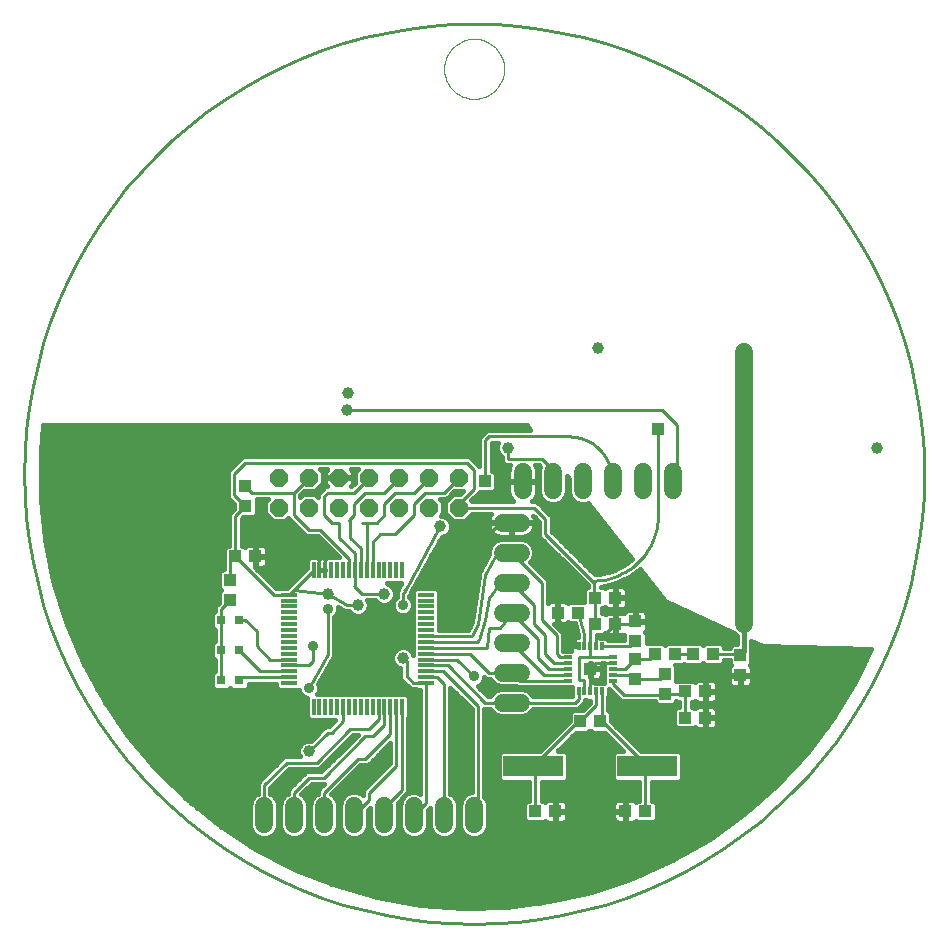
<source format=gtl>
G75*
G70*
%OFA0B0*%
%FSLAX24Y24*%
%IPPOS*%
%LPD*%
%AMOC8*
5,1,8,0,0,1.08239X$1,22.5*
%
%ADD10C,0.0100*%
%ADD11C,0.0000*%
%ADD12R,0.0433X0.0394*%
%ADD13R,0.0394X0.0433*%
%ADD14R,0.2000X0.0700*%
%ADD15R,0.0394X0.0394*%
%ADD16R,0.0118X0.0256*%
%ADD17R,0.0256X0.0118*%
%ADD18C,0.0600*%
%ADD19R,0.0315X0.0315*%
%ADD20OC8,0.0600*%
%ADD21R,0.0250X0.0500*%
%ADD22C,0.0591*%
%ADD23R,0.0118X0.0551*%
%ADD24R,0.0551X0.0118*%
%ADD25C,0.0160*%
%ADD26C,0.0357*%
%ADD27R,0.0396X0.0396*%
%ADD28C,0.0396*%
D10*
X008563Y004064D02*
X008563Y005064D01*
X009313Y005814D01*
X010313Y005814D01*
X011438Y006939D01*
X012063Y006939D01*
X012377Y007253D01*
X012377Y007656D01*
X012574Y007656D02*
X012574Y007075D01*
X012188Y006689D01*
X011938Y006689D01*
X010563Y005314D01*
X010063Y005314D01*
X009563Y004814D01*
X009563Y004064D01*
X010563Y004064D02*
X010563Y004814D01*
X011688Y005939D01*
X011938Y005939D01*
X012770Y006772D01*
X012770Y007656D01*
X012967Y007656D02*
X012967Y005719D01*
X012063Y004814D01*
X012063Y004564D01*
X011563Y004064D01*
X012563Y004064D02*
X012563Y004314D01*
X013164Y004915D01*
X013164Y007656D01*
X013539Y008463D02*
X013313Y008689D01*
X013313Y009189D01*
X013188Y009314D01*
X013971Y009250D02*
X015002Y009250D01*
X015563Y008689D01*
X016063Y008814D02*
X015430Y009447D01*
X013971Y009447D01*
X013971Y009644D02*
X015976Y009644D01*
X016003Y009671D01*
X016063Y010314D01*
X016438Y010314D01*
X016813Y010814D01*
X017688Y009939D01*
X017688Y009314D01*
X018063Y008939D01*
X018690Y008939D01*
X018690Y008742D02*
X017885Y008742D01*
X016813Y009814D01*
X016003Y009671D02*
X015999Y009625D01*
X015717Y009889D02*
X015669Y009841D01*
X013971Y009841D01*
X013971Y010037D02*
X015499Y010037D01*
X015688Y010439D01*
X015938Y012064D01*
X016313Y012814D01*
X016813Y012814D01*
X017813Y011814D01*
X017813Y010564D01*
X018313Y010064D01*
X018313Y009439D01*
X018419Y009333D01*
X018690Y009333D01*
X018690Y009136D02*
X018241Y009136D01*
X017938Y009439D01*
X017938Y010064D01*
X017563Y010439D01*
X017563Y011064D01*
X016813Y011814D01*
X016438Y011814D01*
X016063Y011314D01*
X015938Y010564D01*
X015717Y009889D01*
X014938Y010689D02*
X014930Y010681D01*
X014938Y010689D02*
X014938Y012314D01*
X016438Y013814D01*
X016813Y013814D01*
X017563Y014314D02*
X017938Y013939D01*
X017938Y013439D01*
X019500Y011877D01*
X019563Y011814D01*
X019563Y011354D01*
X019603Y011314D01*
X019603Y010439D01*
X019438Y010274D01*
X019438Y009687D01*
X019438Y009333D01*
X020186Y009333D01*
X020186Y009136D02*
X019635Y009136D01*
X019438Y008939D01*
X019438Y008191D01*
X019635Y008191D02*
X019635Y007721D01*
X019103Y007189D01*
X019038Y007189D01*
X017538Y005689D01*
X017603Y005624D01*
X017603Y004189D01*
X015688Y004189D02*
X015563Y004064D01*
X015688Y004189D02*
X015688Y007689D01*
X014520Y008856D01*
X013971Y008856D01*
X013971Y008660D02*
X014342Y008660D01*
X014563Y008439D01*
X014563Y004064D01*
X013971Y004473D02*
X013563Y004064D01*
X013971Y004473D02*
X013971Y008463D01*
X013539Y008463D01*
X013971Y009053D02*
X014552Y009053D01*
X014688Y009064D01*
X015938Y007814D01*
X016813Y007814D01*
X018938Y007814D01*
X019044Y007920D01*
X019044Y008191D01*
X019241Y008191D02*
X019241Y008564D01*
X019063Y008564D01*
X019063Y009333D01*
X019438Y009333D01*
X019635Y009687D02*
X019635Y010011D01*
X019688Y010064D01*
X019897Y010064D01*
X020272Y010439D01*
X020853Y010439D01*
X020938Y010524D01*
X020938Y009854D02*
X020770Y009687D01*
X019831Y009687D01*
X019241Y009687D02*
X019241Y010096D01*
X019022Y010814D01*
X018353Y010814D02*
X018438Y010479D01*
X018438Y010314D01*
X018688Y010064D01*
X019044Y009708D01*
X019044Y009687D01*
X018690Y008545D02*
X017081Y008545D01*
X016813Y008814D01*
X016063Y008814D01*
X013188Y011439D02*
X013247Y011545D01*
X013228Y011564D01*
X013247Y011545D02*
X014438Y013689D01*
X013563Y014064D02*
X012938Y013439D01*
X012438Y013439D01*
X012180Y013181D01*
X012180Y012223D01*
X011983Y012223D02*
X011983Y013769D01*
X011938Y013814D01*
X012313Y013814D01*
X012563Y014064D01*
X012563Y014439D01*
X012938Y014814D01*
X013563Y014814D01*
X014063Y015314D01*
X013938Y014814D02*
X014563Y014814D01*
X015063Y015314D01*
X000563Y015439D02*
X000581Y016175D01*
X000635Y016909D01*
X000725Y017640D01*
X000851Y018365D01*
X001013Y019084D01*
X001209Y019793D01*
X001440Y020492D01*
X001705Y021179D01*
X002003Y021852D01*
X002334Y022510D01*
X002697Y023151D01*
X003091Y023773D01*
X003515Y024374D01*
X003968Y024955D01*
X004449Y025512D01*
X004956Y026046D01*
X005490Y026553D01*
X006047Y027034D01*
X006628Y027487D01*
X007229Y027911D01*
X007851Y028305D01*
X008492Y028668D01*
X009150Y028999D01*
X009823Y029297D01*
X010510Y029562D01*
X011209Y029793D01*
X011918Y029989D01*
X012637Y030151D01*
X013362Y030277D01*
X014093Y030367D01*
X014827Y030421D01*
X015563Y030439D01*
X016299Y030421D01*
X017033Y030367D01*
X017764Y030277D01*
X018489Y030151D01*
X019208Y029989D01*
X019917Y029793D01*
X020616Y029562D01*
X021303Y029297D01*
X021976Y028999D01*
X022634Y028668D01*
X023275Y028305D01*
X023897Y027911D01*
X024498Y027487D01*
X025079Y027034D01*
X025636Y026553D01*
X026170Y026046D01*
X026677Y025512D01*
X027158Y024955D01*
X027611Y024374D01*
X028035Y023773D01*
X028429Y023151D01*
X028792Y022510D01*
X029123Y021852D01*
X029421Y021179D01*
X029686Y020492D01*
X029917Y019793D01*
X030113Y019084D01*
X030275Y018365D01*
X030401Y017640D01*
X030491Y016909D01*
X030545Y016175D01*
X030563Y015439D01*
X030545Y014703D01*
X030491Y013969D01*
X030401Y013238D01*
X030275Y012513D01*
X030113Y011794D01*
X029917Y011085D01*
X029686Y010386D01*
X029421Y009699D01*
X029123Y009026D01*
X028792Y008368D01*
X028429Y007727D01*
X028035Y007105D01*
X027611Y006504D01*
X027158Y005923D01*
X026677Y005366D01*
X026170Y004832D01*
X025636Y004325D01*
X025079Y003844D01*
X024498Y003391D01*
X023897Y002967D01*
X023275Y002573D01*
X022634Y002210D01*
X021976Y001879D01*
X021303Y001581D01*
X020616Y001316D01*
X019917Y001085D01*
X019208Y000889D01*
X018489Y000727D01*
X017764Y000601D01*
X017033Y000511D01*
X016299Y000457D01*
X015563Y000439D01*
X014827Y000457D01*
X014093Y000511D01*
X013362Y000601D01*
X012637Y000727D01*
X011918Y000889D01*
X011209Y001085D01*
X010510Y001316D01*
X009823Y001581D01*
X009150Y001879D01*
X008492Y002210D01*
X007851Y002573D01*
X007229Y002967D01*
X006628Y003391D01*
X006047Y003844D01*
X005490Y004325D01*
X004956Y004832D01*
X004449Y005366D01*
X003968Y005923D01*
X003515Y006504D01*
X003091Y007105D01*
X002697Y007727D01*
X002334Y008368D01*
X002003Y009026D01*
X001705Y009699D01*
X001440Y010386D01*
X001209Y011085D01*
X001013Y011794D01*
X000851Y012513D01*
X000725Y013238D01*
X000635Y013969D01*
X000581Y014703D01*
X000563Y015439D01*
X007143Y010934D02*
X007143Y010564D01*
X007143Y009564D01*
X007143Y008564D01*
X007733Y008564D02*
X007829Y008660D01*
X009404Y008660D01*
X009404Y008856D02*
X008441Y008856D01*
X007733Y009564D01*
X007797Y009500D01*
X008313Y009689D02*
X008313Y010189D01*
X007938Y010564D01*
X007733Y010564D01*
X007143Y010934D02*
X007438Y011229D01*
X007438Y011899D02*
X007438Y012524D01*
X007603Y012689D01*
X008877Y011415D01*
X009404Y011415D01*
X009558Y011569D01*
X009563Y011564D01*
X010688Y011439D01*
X011313Y011064D01*
X011688Y011064D01*
X011813Y011439D02*
X011563Y011689D01*
X011589Y011716D01*
X011589Y012223D01*
X011589Y012787D01*
X011063Y013314D01*
X011063Y013814D01*
X010813Y013814D01*
X010563Y014064D01*
X010563Y014689D01*
X010688Y014814D01*
X011563Y014814D01*
X012063Y015314D01*
X011938Y014814D02*
X012563Y014814D01*
X013063Y015314D01*
X013563Y014439D02*
X013938Y014814D01*
X013563Y014439D02*
X013563Y014064D01*
X015063Y014314D02*
X015063Y014439D01*
X015563Y014939D01*
X015563Y015564D01*
X015313Y015814D01*
X007938Y015814D01*
X007563Y015439D01*
X007563Y014729D01*
X007938Y014354D01*
X007603Y014020D01*
X007603Y012689D01*
X008272Y012689D02*
X008313Y012729D01*
X008313Y013439D01*
X009563Y014064D02*
X009563Y014814D01*
X008147Y014814D01*
X007938Y015024D01*
X009563Y014814D02*
X010063Y015314D01*
X009563Y014064D02*
X010063Y013564D01*
X010438Y013564D01*
X011393Y012609D01*
X011393Y012223D01*
X011786Y012223D02*
X011786Y012966D01*
X011438Y013314D01*
X011438Y013849D01*
X011393Y013894D01*
X011563Y014064D01*
X011563Y014439D01*
X011938Y014814D01*
X011938Y013814D02*
X011813Y013814D01*
X010605Y012897D02*
X010563Y012939D01*
X010605Y012897D02*
X010605Y012223D01*
X010211Y012223D02*
X009558Y011569D01*
X010688Y010939D02*
X010688Y009439D01*
X010063Y008314D01*
X010052Y009053D02*
X009404Y009053D01*
X009404Y009250D02*
X008752Y009250D01*
X008313Y009689D01*
X010052Y009053D02*
X010188Y009189D01*
X010188Y009689D01*
X010180Y009697D01*
X011813Y011439D02*
X012563Y011439D01*
X013188Y011439D02*
X013188Y011064D01*
X015063Y014314D02*
X017563Y014314D01*
X018188Y015189D02*
X018188Y015564D01*
X017813Y015939D01*
X016688Y015939D01*
X016688Y016314D01*
X016063Y016689D02*
X018688Y016689D01*
X018764Y016687D01*
X018840Y016681D01*
X018915Y016672D01*
X018990Y016658D01*
X019064Y016641D01*
X019137Y016620D01*
X019209Y016596D01*
X019280Y016567D01*
X019349Y016536D01*
X019416Y016501D01*
X019481Y016462D01*
X019545Y016420D01*
X019606Y016375D01*
X019665Y016327D01*
X019721Y016276D01*
X019775Y016222D01*
X019826Y016166D01*
X019874Y016107D01*
X019919Y016046D01*
X019961Y015982D01*
X020000Y015917D01*
X020035Y015850D01*
X020066Y015781D01*
X020095Y015710D01*
X020119Y015638D01*
X020140Y015565D01*
X020157Y015491D01*
X020171Y015416D01*
X020180Y015341D01*
X020186Y015265D01*
X020188Y015189D01*
X021687Y014064D02*
X021685Y013960D01*
X021677Y013856D01*
X021665Y013753D01*
X021647Y013650D01*
X021625Y013548D01*
X021598Y013448D01*
X021567Y013349D01*
X021530Y013251D01*
X021489Y013155D01*
X021444Y013062D01*
X021394Y012971D01*
X021340Y012882D01*
X021281Y012795D01*
X021219Y012712D01*
X021153Y012632D01*
X021083Y012555D01*
X021009Y012481D01*
X020932Y012411D01*
X020852Y012345D01*
X020769Y012283D01*
X020682Y012224D01*
X020594Y012170D01*
X020502Y012120D01*
X020409Y012075D01*
X020313Y012034D01*
X020215Y011997D01*
X020116Y011966D01*
X020016Y011939D01*
X019914Y011917D01*
X019811Y011899D01*
X019708Y011887D01*
X019604Y011879D01*
X019500Y011877D01*
X020272Y011314D02*
X020272Y010439D01*
X020938Y009274D02*
X021438Y009274D01*
X021603Y009439D01*
X022272Y009439D02*
X022853Y009439D01*
X023522Y009439D02*
X024022Y009439D01*
X024438Y009399D01*
X023272Y008189D02*
X023272Y007314D01*
X022603Y007314D02*
X022603Y008189D01*
X022519Y008104D01*
X021938Y008104D01*
X021897Y008064D01*
X020563Y008064D01*
X020186Y008441D01*
X020186Y008545D01*
X020186Y008742D02*
X020800Y008742D01*
X020938Y008604D01*
X021769Y008604D01*
X021938Y008774D01*
X020938Y009274D02*
X020603Y008939D01*
X020186Y008939D01*
X019831Y008191D02*
X019831Y007248D01*
X019831Y007195D01*
X021338Y005689D01*
X021272Y005624D01*
X021272Y004189D01*
X019772Y007189D02*
X019831Y007248D01*
X021688Y014064D02*
X021688Y016939D01*
X022313Y017064D02*
X021813Y017564D01*
X011313Y017564D01*
X015938Y016564D02*
X015938Y015189D01*
X015938Y016564D02*
X016063Y016689D01*
X022313Y017064D02*
X022313Y015314D01*
X022188Y015189D01*
X011196Y007656D02*
X011196Y007197D01*
X010813Y006814D01*
X010688Y006814D01*
X010063Y006189D01*
X010015Y006189D01*
D11*
X014563Y028939D02*
X014565Y029002D01*
X014571Y029064D01*
X014581Y029126D01*
X014594Y029188D01*
X014612Y029248D01*
X014633Y029307D01*
X014658Y029365D01*
X014687Y029421D01*
X014719Y029475D01*
X014754Y029527D01*
X014792Y029576D01*
X014834Y029624D01*
X014878Y029668D01*
X014926Y029710D01*
X014975Y029748D01*
X015027Y029783D01*
X015081Y029815D01*
X015137Y029844D01*
X015195Y029869D01*
X015254Y029890D01*
X015314Y029908D01*
X015376Y029921D01*
X015438Y029931D01*
X015500Y029937D01*
X015563Y029939D01*
X015626Y029937D01*
X015688Y029931D01*
X015750Y029921D01*
X015812Y029908D01*
X015872Y029890D01*
X015931Y029869D01*
X015989Y029844D01*
X016045Y029815D01*
X016099Y029783D01*
X016151Y029748D01*
X016200Y029710D01*
X016248Y029668D01*
X016292Y029624D01*
X016334Y029576D01*
X016372Y029527D01*
X016407Y029475D01*
X016439Y029421D01*
X016468Y029365D01*
X016493Y029307D01*
X016514Y029248D01*
X016532Y029188D01*
X016545Y029126D01*
X016555Y029064D01*
X016561Y029002D01*
X016563Y028939D01*
X016561Y028876D01*
X016555Y028814D01*
X016545Y028752D01*
X016532Y028690D01*
X016514Y028630D01*
X016493Y028571D01*
X016468Y028513D01*
X016439Y028457D01*
X016407Y028403D01*
X016372Y028351D01*
X016334Y028302D01*
X016292Y028254D01*
X016248Y028210D01*
X016200Y028168D01*
X016151Y028130D01*
X016099Y028095D01*
X016045Y028063D01*
X015989Y028034D01*
X015931Y028009D01*
X015872Y027988D01*
X015812Y027970D01*
X015750Y027957D01*
X015688Y027947D01*
X015626Y027941D01*
X015563Y027939D01*
X015500Y027941D01*
X015438Y027947D01*
X015376Y027957D01*
X015314Y027970D01*
X015254Y027988D01*
X015195Y028009D01*
X015137Y028034D01*
X015081Y028063D01*
X015027Y028095D01*
X014975Y028130D01*
X014926Y028168D01*
X014878Y028210D01*
X014834Y028254D01*
X014792Y028302D01*
X014754Y028351D01*
X014719Y028403D01*
X014687Y028457D01*
X014658Y028513D01*
X014633Y028571D01*
X014612Y028630D01*
X014594Y028690D01*
X014581Y028752D01*
X014571Y028814D01*
X014565Y028876D01*
X014563Y028939D01*
D12*
X007938Y015024D03*
X007938Y014354D03*
X008272Y012689D03*
X007603Y012689D03*
X007438Y011899D03*
X007438Y011229D03*
X017603Y004189D03*
X018272Y004189D03*
X020603Y004189D03*
X021272Y004189D03*
X022603Y007314D03*
X023272Y007314D03*
X023272Y008189D03*
X022603Y008189D03*
X022853Y009439D03*
X022272Y009439D03*
X021603Y009439D03*
X020938Y009854D03*
X020938Y010524D03*
X020272Y010439D03*
X019603Y010439D03*
X019022Y010814D03*
X018353Y010814D03*
X019603Y011314D03*
X020272Y011314D03*
X023522Y009439D03*
D13*
X024438Y009399D03*
X024438Y008729D03*
X021938Y008774D03*
X021938Y008104D03*
X020938Y008604D03*
X020938Y009274D03*
X019772Y007189D03*
X019103Y007189D03*
D14*
X017538Y005689D03*
X021338Y005689D03*
D15*
X019438Y008939D03*
D16*
X019438Y009687D03*
X019635Y009687D03*
X019831Y009687D03*
X019241Y009687D03*
X019044Y009687D03*
X019044Y008191D03*
X019241Y008191D03*
X019438Y008191D03*
X019635Y008191D03*
X019831Y008191D03*
D17*
X020186Y008545D03*
X020186Y008742D03*
X020186Y008939D03*
X020186Y009136D03*
X020186Y009333D03*
X018690Y009333D03*
X018690Y009136D03*
X018690Y008939D03*
X018690Y008742D03*
X018690Y008545D03*
D18*
X017113Y008814D02*
X016513Y008814D01*
X016513Y007814D02*
X017113Y007814D01*
X017113Y009814D02*
X016513Y009814D01*
X016513Y010814D02*
X017113Y010814D01*
X017113Y011814D02*
X016513Y011814D01*
X016513Y012814D02*
X017113Y012814D01*
X017113Y013814D02*
X016513Y013814D01*
X017188Y014889D02*
X017188Y015489D01*
X018188Y015489D02*
X018188Y014889D01*
X019188Y014889D02*
X019188Y015489D01*
X020188Y015489D02*
X020188Y014889D01*
X021188Y014889D02*
X021188Y015489D01*
X022188Y015489D02*
X022188Y014889D01*
X015563Y004364D02*
X015563Y003764D01*
X014563Y003764D02*
X014563Y004364D01*
X013563Y004364D02*
X013563Y003764D01*
X012563Y003764D02*
X012563Y004364D01*
X011563Y004364D02*
X011563Y003764D01*
X010563Y003764D02*
X010563Y004364D01*
X009563Y004364D02*
X009563Y003764D01*
X008563Y003764D02*
X008563Y004364D01*
D19*
X007733Y008564D03*
X007143Y008564D03*
X007143Y009564D03*
X007733Y009564D03*
X007733Y010564D03*
X007143Y010564D03*
D20*
X009063Y014314D03*
X010063Y014314D03*
X011063Y014314D03*
X011063Y015314D03*
X010063Y015314D03*
X009063Y015314D03*
X012063Y015314D03*
X013063Y015314D03*
X014063Y015314D03*
X014063Y014314D03*
X013063Y014314D03*
X012063Y014314D03*
X015063Y014314D03*
X015063Y015314D03*
D21*
X024563Y010439D03*
D22*
X024563Y019494D01*
D23*
X013164Y012223D03*
X012967Y012223D03*
X012770Y012223D03*
X012574Y012223D03*
X012377Y012223D03*
X012180Y012223D03*
X011983Y012223D03*
X011786Y012223D03*
X011589Y012223D03*
X011393Y012223D03*
X011196Y012223D03*
X010999Y012223D03*
X010802Y012223D03*
X010605Y012223D03*
X010408Y012223D03*
X010211Y012223D03*
X010211Y007656D03*
X010408Y007656D03*
X010605Y007656D03*
X010802Y007656D03*
X010999Y007656D03*
X011196Y007656D03*
X011393Y007656D03*
X011589Y007656D03*
X011786Y007656D03*
X011983Y007656D03*
X012180Y007656D03*
X012377Y007656D03*
X012574Y007656D03*
X012770Y007656D03*
X012967Y007656D03*
X013164Y007656D03*
D24*
X013971Y008463D03*
X013971Y008660D03*
X013971Y008856D03*
X013971Y009053D03*
X013971Y009250D03*
X013971Y009447D03*
X013971Y009644D03*
X013971Y009841D03*
X013971Y010037D03*
X013971Y010234D03*
X013971Y010431D03*
X013971Y010628D03*
X013971Y010825D03*
X013971Y011022D03*
X013971Y011219D03*
X013971Y011415D03*
X009404Y011415D03*
X009404Y011219D03*
X009404Y011022D03*
X009404Y010825D03*
X009404Y010628D03*
X009404Y010431D03*
X009404Y010234D03*
X009404Y010037D03*
X009404Y009841D03*
X009404Y009644D03*
X009404Y009447D03*
X009404Y009250D03*
X009404Y009053D03*
X009404Y008856D03*
X009404Y008660D03*
X009404Y008463D03*
D25*
X008472Y005270D02*
X005290Y005270D01*
X005128Y005429D02*
X008631Y005429D01*
X008476Y005274D02*
X008353Y005151D01*
X008353Y004775D01*
X008302Y004754D01*
X008173Y004625D01*
X008103Y004456D01*
X008103Y003673D01*
X008173Y003503D01*
X008302Y003374D01*
X008471Y003304D01*
X008654Y003304D01*
X008823Y003374D01*
X008953Y003503D01*
X009023Y003673D01*
X009023Y004456D01*
X008953Y004625D01*
X008823Y004754D01*
X008773Y004775D01*
X008773Y004977D01*
X009400Y005604D01*
X010400Y005604D01*
X010523Y005727D01*
X011525Y006729D01*
X011681Y006729D01*
X010476Y005524D01*
X010150Y005524D01*
X009976Y005524D01*
X009476Y005024D01*
X009353Y004901D01*
X009353Y004775D01*
X009302Y004754D01*
X009173Y004625D01*
X009103Y004456D01*
X009103Y003673D01*
X009173Y003503D01*
X009302Y003374D01*
X009471Y003304D01*
X009654Y003304D01*
X009823Y003374D01*
X009953Y003503D01*
X010023Y003673D01*
X010023Y004456D01*
X009953Y004625D01*
X009823Y004754D01*
X009807Y004761D01*
X010150Y005104D01*
X010556Y005104D01*
X010476Y005024D01*
X010353Y004901D01*
X010353Y004775D01*
X010302Y004754D01*
X010173Y004625D01*
X010103Y004456D01*
X010103Y003673D01*
X010173Y003503D01*
X010302Y003374D01*
X010471Y003304D01*
X010654Y003304D01*
X010823Y003374D01*
X010953Y003503D01*
X011023Y003673D01*
X011023Y004456D01*
X010953Y004625D01*
X010823Y004754D01*
X010807Y004761D01*
X011775Y005729D01*
X012025Y005729D01*
X012148Y005852D01*
X012757Y006462D01*
X012757Y005806D01*
X011853Y004901D01*
X011853Y004727D01*
X011853Y004724D01*
X011823Y004754D01*
X011654Y004824D01*
X011471Y004824D01*
X011302Y004754D01*
X011173Y004625D01*
X011103Y004456D01*
X011103Y003673D01*
X011173Y003503D01*
X011302Y003374D01*
X011471Y003304D01*
X011654Y003304D01*
X011823Y003374D01*
X011953Y003503D01*
X012023Y003673D01*
X012023Y004227D01*
X012103Y004307D01*
X012103Y003673D01*
X012173Y003503D01*
X012302Y003374D01*
X012471Y003304D01*
X012654Y003304D01*
X012823Y003374D01*
X012953Y003503D01*
X013023Y003673D01*
X013023Y004456D01*
X013016Y004471D01*
X013374Y004828D01*
X013374Y005002D01*
X013374Y007305D01*
X013383Y007314D01*
X013383Y007997D01*
X013289Y008091D01*
X013039Y008091D01*
X012842Y008091D01*
X012645Y008091D01*
X012448Y008091D01*
X012251Y008091D01*
X012055Y008091D01*
X011858Y008091D01*
X011661Y008091D01*
X011464Y008091D01*
X011267Y008091D01*
X011070Y008091D01*
X010873Y008091D01*
X010677Y008091D01*
X010480Y008091D01*
X010318Y008091D01*
X010350Y008122D01*
X010401Y008247D01*
X010401Y008381D01*
X010375Y008444D01*
X010857Y009311D01*
X010898Y009352D01*
X010898Y009385D01*
X010914Y009413D01*
X010898Y009468D01*
X010898Y010670D01*
X010975Y010747D01*
X011026Y010872D01*
X011026Y010991D01*
X011183Y010897D01*
X011226Y010854D01*
X011255Y010854D01*
X011279Y010839D01*
X011339Y010854D01*
X011391Y010854D01*
X011485Y010760D01*
X011617Y010706D01*
X011759Y010706D01*
X011891Y010760D01*
X011991Y010861D01*
X012046Y010993D01*
X012046Y011135D01*
X012007Y011229D01*
X012266Y011229D01*
X012360Y011135D01*
X012492Y011081D01*
X012634Y011081D01*
X012766Y011135D01*
X012866Y011236D01*
X012921Y011368D01*
X012921Y011510D01*
X012866Y011642D01*
X012766Y011743D01*
X012659Y011787D01*
X012842Y011787D01*
X013039Y011787D01*
X013141Y011787D01*
X013125Y011758D01*
X013018Y011651D01*
X013018Y011566D01*
X012978Y011526D01*
X012978Y011493D01*
X012962Y011465D01*
X012978Y011410D01*
X012978Y011333D01*
X012901Y011256D01*
X012849Y011131D01*
X012849Y010997D01*
X012901Y010872D01*
X012996Y010777D01*
X013120Y010726D01*
X013255Y010726D01*
X013379Y010777D01*
X013475Y010872D01*
X013526Y010997D01*
X013526Y011131D01*
X013475Y011256D01*
X013398Y011333D01*
X013398Y011385D01*
X013416Y011418D01*
X013457Y011458D01*
X013457Y011491D01*
X013473Y011519D01*
X014479Y013331D01*
X014509Y013331D01*
X014641Y013385D01*
X014741Y013486D01*
X014796Y013618D01*
X014796Y013760D01*
X014741Y013892D01*
X014641Y013993D01*
X014509Y014047D01*
X014446Y014047D01*
X014523Y014124D01*
X014523Y014505D01*
X014423Y014604D01*
X014476Y014604D01*
X014650Y014604D01*
X014900Y014854D01*
X015181Y014854D01*
X015101Y014774D01*
X014872Y014774D01*
X014603Y014505D01*
X014603Y014124D01*
X014872Y013854D01*
X015253Y013854D01*
X015503Y014104D01*
X016130Y014104D01*
X016102Y014066D01*
X016068Y013998D01*
X016045Y013926D01*
X016033Y013852D01*
X016033Y013834D01*
X016793Y013834D01*
X016793Y013794D01*
X016833Y013794D01*
X016833Y013834D01*
X017593Y013834D01*
X017593Y013852D01*
X017581Y013926D01*
X017558Y013998D01*
X017533Y014047D01*
X017728Y013852D01*
X017728Y013526D01*
X017728Y013352D01*
X019290Y011790D01*
X019353Y011727D01*
X019353Y011671D01*
X019320Y011671D01*
X019227Y011577D01*
X019227Y011171D01*
X018740Y011171D01*
X018702Y011133D01*
X018680Y011155D01*
X018639Y011179D01*
X018593Y011191D01*
X018372Y011191D01*
X018372Y010833D01*
X018335Y010833D01*
X018335Y011191D01*
X018113Y011191D01*
X018067Y011179D01*
X018026Y011155D01*
X018023Y011152D01*
X018023Y011727D01*
X018023Y011901D01*
X017436Y012487D01*
X017503Y012553D01*
X017573Y012723D01*
X017573Y012906D01*
X017503Y013075D01*
X017373Y013204D01*
X017204Y013274D01*
X016421Y013274D01*
X016252Y013204D01*
X016123Y013075D01*
X016053Y012906D01*
X016053Y012764D01*
X015773Y012203D01*
X015743Y012182D01*
X015735Y012128D01*
X015711Y012080D01*
X015723Y012046D01*
X015485Y010501D01*
X015366Y010247D01*
X014407Y010247D01*
X014407Y010360D01*
X014407Y010556D01*
X014407Y010753D01*
X014407Y010950D01*
X014407Y011147D01*
X014407Y011344D01*
X014407Y011541D01*
X014313Y011634D01*
X013629Y011634D01*
X013536Y011541D01*
X013536Y011344D01*
X013536Y011147D01*
X013536Y010950D01*
X013536Y010753D01*
X013536Y010556D01*
X013536Y010360D01*
X013536Y010163D01*
X013536Y009966D01*
X013536Y009769D01*
X013536Y009572D01*
X013536Y009410D01*
X013491Y009517D01*
X013391Y009618D01*
X013259Y009672D01*
X013117Y009672D01*
X012985Y009618D01*
X012884Y009517D01*
X012830Y009385D01*
X012830Y009243D01*
X012884Y009111D01*
X012985Y009010D01*
X013103Y008962D01*
X013103Y008602D01*
X013226Y008479D01*
X013452Y008253D01*
X013620Y008253D01*
X013629Y008244D01*
X013761Y008244D01*
X013761Y004780D01*
X013654Y004824D01*
X013471Y004824D01*
X013302Y004754D01*
X013173Y004625D01*
X013103Y004456D01*
X013103Y003673D01*
X013173Y003503D01*
X013302Y003374D01*
X013471Y003304D01*
X013654Y003304D01*
X013823Y003374D01*
X013953Y003503D01*
X014023Y003673D01*
X014023Y004227D01*
X014103Y004307D01*
X014103Y003673D01*
X014173Y003503D01*
X014302Y003374D01*
X014471Y003304D01*
X014654Y003304D01*
X014823Y003374D01*
X014953Y003503D01*
X015023Y003673D01*
X015023Y004456D01*
X014953Y004625D01*
X014823Y004754D01*
X014773Y004775D01*
X014773Y008307D01*
X015478Y007602D01*
X015478Y004824D01*
X015471Y004824D01*
X015302Y004754D01*
X015173Y004625D01*
X015103Y004456D01*
X015103Y003673D01*
X015173Y003503D01*
X015302Y003374D01*
X015471Y003304D01*
X015654Y003304D01*
X015823Y003374D01*
X015953Y003503D01*
X016023Y003673D01*
X016023Y004456D01*
X015953Y004625D01*
X015898Y004680D01*
X015898Y007604D01*
X016025Y007604D01*
X016102Y007604D01*
X016123Y007553D01*
X016252Y007424D01*
X016421Y007354D01*
X017204Y007354D01*
X017373Y007424D01*
X017503Y007553D01*
X017524Y007604D01*
X019025Y007604D01*
X019148Y007727D01*
X019254Y007833D01*
X019254Y007903D01*
X019296Y007903D01*
X019309Y007895D01*
X019355Y007883D01*
X019425Y007883D01*
X019425Y007808D01*
X019183Y007566D01*
X018840Y007566D01*
X018746Y007472D01*
X018746Y007195D01*
X017751Y006199D01*
X016471Y006199D01*
X016378Y006105D01*
X016378Y005273D01*
X016471Y005179D01*
X017393Y005179D01*
X017393Y004546D01*
X017320Y004546D01*
X017227Y004452D01*
X017227Y003926D01*
X017320Y003832D01*
X017886Y003832D01*
X017924Y003870D01*
X017945Y003848D01*
X017986Y003824D01*
X018032Y003812D01*
X018254Y003812D01*
X018254Y004170D01*
X018291Y004170D01*
X018291Y003812D01*
X018513Y003812D01*
X018558Y003824D01*
X018599Y003848D01*
X018633Y003882D01*
X018657Y003923D01*
X018669Y003968D01*
X018669Y004171D01*
X018291Y004171D01*
X018291Y004207D01*
X018669Y004207D01*
X018669Y004410D01*
X018657Y004455D01*
X018633Y004496D01*
X018599Y004530D01*
X018558Y004554D01*
X018513Y004566D01*
X018291Y004566D01*
X018291Y004208D01*
X018254Y004208D01*
X018254Y004566D01*
X018032Y004566D01*
X017986Y004554D01*
X017945Y004530D01*
X017924Y004508D01*
X017886Y004546D01*
X017813Y004546D01*
X017813Y005179D01*
X018604Y005179D01*
X018698Y005273D01*
X018698Y006105D01*
X018604Y006199D01*
X018345Y006199D01*
X018958Y006813D01*
X019366Y006813D01*
X019438Y006884D01*
X019509Y006813D01*
X019917Y006813D01*
X020531Y006199D01*
X020271Y006199D01*
X020178Y006105D01*
X020178Y005273D01*
X020271Y005179D01*
X021062Y005179D01*
X021062Y004546D01*
X020990Y004546D01*
X020952Y004508D01*
X020930Y004530D01*
X020889Y004554D01*
X020843Y004566D01*
X020622Y004566D01*
X020622Y004208D01*
X020585Y004208D01*
X020585Y004566D01*
X020363Y004566D01*
X020317Y004554D01*
X020276Y004530D01*
X020243Y004496D01*
X020219Y004455D01*
X020207Y004410D01*
X020207Y004207D01*
X020584Y004207D01*
X020584Y004171D01*
X020207Y004171D01*
X020207Y003968D01*
X020219Y003923D01*
X020243Y003882D01*
X020276Y003848D01*
X020317Y003824D01*
X020363Y003812D01*
X020585Y003812D01*
X020585Y004170D01*
X020622Y004170D01*
X020622Y003812D01*
X020843Y003812D01*
X020889Y003824D01*
X020930Y003848D01*
X020952Y003870D01*
X020990Y003832D01*
X021555Y003832D01*
X021649Y003926D01*
X021649Y004452D01*
X021555Y004546D01*
X021482Y004546D01*
X021482Y005179D01*
X022404Y005179D01*
X022498Y005273D01*
X022498Y006105D01*
X022404Y006199D01*
X021125Y006199D01*
X020129Y007195D01*
X020129Y007472D01*
X020041Y007560D01*
X020041Y007988D01*
X020051Y007997D01*
X020051Y008279D01*
X020353Y007977D01*
X020476Y007854D01*
X021581Y007854D01*
X021581Y007822D01*
X021675Y007728D01*
X022201Y007728D01*
X022295Y007822D01*
X022295Y007858D01*
X022320Y007832D01*
X022393Y007832D01*
X022393Y007671D01*
X022320Y007671D01*
X022227Y007577D01*
X022227Y007051D01*
X022320Y006957D01*
X022886Y006957D01*
X022924Y006995D01*
X022945Y006973D01*
X022986Y006949D01*
X023032Y006937D01*
X023254Y006937D01*
X023254Y007295D01*
X023291Y007295D01*
X023291Y006937D01*
X023513Y006937D01*
X023558Y006949D01*
X023599Y006973D01*
X023633Y007007D01*
X023657Y007048D01*
X023669Y007093D01*
X023669Y007296D01*
X023291Y007296D01*
X023291Y007332D01*
X023669Y007332D01*
X023669Y007535D01*
X023657Y007580D01*
X023633Y007621D01*
X023599Y007655D01*
X023558Y007679D01*
X023513Y007691D01*
X023291Y007691D01*
X023291Y007333D01*
X023254Y007333D01*
X023254Y007691D01*
X023032Y007691D01*
X022986Y007679D01*
X022945Y007655D01*
X022924Y007633D01*
X022886Y007671D01*
X022813Y007671D01*
X022813Y007832D01*
X022886Y007832D01*
X022924Y007870D01*
X022945Y007848D01*
X022986Y007824D01*
X023032Y007812D01*
X023254Y007812D01*
X023254Y008170D01*
X023291Y008170D01*
X023291Y007812D01*
X023513Y007812D01*
X023558Y007824D01*
X023599Y007848D01*
X023633Y007882D01*
X023657Y007923D01*
X023669Y007968D01*
X023669Y008171D01*
X023291Y008171D01*
X023291Y008207D01*
X023669Y008207D01*
X023669Y008410D01*
X023657Y008455D01*
X023633Y008496D01*
X023599Y008530D01*
X023558Y008554D01*
X023513Y008566D01*
X023291Y008566D01*
X023291Y008208D01*
X023254Y008208D01*
X023254Y008566D01*
X023032Y008566D01*
X022986Y008554D01*
X022945Y008530D01*
X022924Y008508D01*
X022886Y008546D01*
X022320Y008546D01*
X022295Y008520D01*
X022295Y009056D01*
X022269Y009082D01*
X022555Y009082D01*
X022563Y009090D01*
X022570Y009082D01*
X023136Y009082D01*
X023188Y009134D01*
X023240Y009082D01*
X023805Y009082D01*
X023899Y009176D01*
X023899Y009229D01*
X024012Y009229D01*
X024081Y009222D01*
X024081Y009116D01*
X024119Y009078D01*
X024097Y009056D01*
X024073Y009015D01*
X024061Y008970D01*
X024061Y008748D01*
X024419Y008748D01*
X024419Y008711D01*
X024061Y008711D01*
X024061Y008489D01*
X024073Y008443D01*
X024097Y008402D01*
X024130Y008369D01*
X024171Y008345D01*
X024217Y008333D01*
X024419Y008333D01*
X024419Y008711D01*
X024456Y008711D01*
X024456Y008333D01*
X024658Y008333D01*
X024704Y008345D01*
X024745Y008369D01*
X024779Y008402D01*
X024802Y008443D01*
X024815Y008489D01*
X024815Y008711D01*
X024456Y008711D01*
X024456Y008748D01*
X024815Y008748D01*
X024815Y008970D01*
X024802Y009015D01*
X024779Y009056D01*
X024757Y009078D01*
X024795Y009116D01*
X024795Y009456D01*
X024803Y009476D01*
X024803Y009571D01*
X024803Y009867D01*
X025188Y009689D01*
X028791Y009599D01*
X028271Y008519D01*
X027518Y007288D01*
X026647Y006138D01*
X025666Y005080D01*
X024585Y004126D01*
X023413Y003284D01*
X022164Y002563D01*
X020849Y001969D01*
X019482Y001510D01*
X018075Y001189D01*
X016644Y001009D01*
X015202Y000974D01*
X013764Y001081D01*
X012343Y001332D01*
X010954Y001723D01*
X009611Y002250D01*
X008328Y002908D01*
X007116Y003690D01*
X005988Y004590D01*
X004956Y005597D01*
X004028Y006702D01*
X003216Y007894D01*
X002526Y009161D01*
X001965Y010490D01*
X001540Y011868D01*
X001254Y013282D01*
X001111Y014718D01*
X001111Y016160D01*
X001201Y017064D01*
X017313Y017064D01*
X017443Y016899D01*
X015976Y016899D01*
X015853Y016776D01*
X015728Y016651D01*
X015728Y016477D01*
X015728Y015696D01*
X015523Y015901D01*
X015400Y016024D01*
X008025Y016024D01*
X007851Y016024D01*
X007476Y015649D01*
X007353Y015526D01*
X007353Y014816D01*
X007353Y014642D01*
X007561Y014434D01*
X007561Y014275D01*
X007393Y014107D01*
X007393Y013933D01*
X007393Y013046D01*
X007320Y013046D01*
X007227Y012952D01*
X007227Y012426D01*
X007228Y012425D01*
X007228Y012256D01*
X007155Y012256D01*
X007061Y012162D01*
X007061Y011636D01*
X007133Y011564D01*
X007061Y011493D01*
X007061Y011150D01*
X006933Y011021D01*
X006933Y010881D01*
X006919Y010881D01*
X006825Y010788D01*
X006825Y010340D01*
X006919Y010247D01*
X006933Y010247D01*
X006933Y009881D01*
X006919Y009881D01*
X006825Y009788D01*
X006825Y009340D01*
X006919Y009247D01*
X006933Y009247D01*
X006933Y008881D01*
X006919Y008881D01*
X006825Y008788D01*
X006825Y008340D01*
X006919Y008247D01*
X007366Y008247D01*
X007438Y008318D01*
X007509Y008247D01*
X007957Y008247D01*
X008051Y008340D01*
X008051Y008450D01*
X008969Y008450D01*
X008969Y008337D01*
X009062Y008244D01*
X009726Y008244D01*
X009776Y008122D01*
X009871Y008027D01*
X009992Y007977D01*
X009992Y007314D01*
X010086Y007220D01*
X010283Y007220D01*
X010480Y007220D01*
X010677Y007220D01*
X010873Y007220D01*
X010922Y007220D01*
X010726Y007024D01*
X010601Y007024D01*
X010124Y006547D01*
X009992Y006547D01*
X009860Y006493D01*
X009759Y006392D01*
X009705Y006260D01*
X009705Y006118D01*
X009744Y006024D01*
X009400Y006024D01*
X009226Y006024D01*
X008476Y005274D01*
X008353Y005112D02*
X005453Y005112D01*
X005615Y004953D02*
X008353Y004953D01*
X008353Y004795D02*
X005778Y004795D01*
X005941Y004636D02*
X008184Y004636D01*
X008112Y004478D02*
X006129Y004478D01*
X006328Y004319D02*
X008103Y004319D01*
X008103Y004161D02*
X006526Y004161D01*
X006725Y004002D02*
X008103Y004002D01*
X008103Y003843D02*
X006924Y003843D01*
X007124Y003685D02*
X008103Y003685D01*
X008163Y003526D02*
X007370Y003526D01*
X007615Y003368D02*
X008317Y003368D01*
X008106Y003051D02*
X023010Y003051D01*
X023284Y003209D02*
X007861Y003209D01*
X008358Y002892D02*
X022735Y002892D01*
X022460Y002734D02*
X008667Y002734D01*
X008976Y002575D02*
X022186Y002575D01*
X021841Y002417D02*
X009286Y002417D01*
X009595Y002258D02*
X021489Y002258D01*
X021138Y002099D02*
X009994Y002099D01*
X010398Y001941D02*
X020765Y001941D01*
X020293Y001782D02*
X010802Y001782D01*
X011305Y001624D02*
X019821Y001624D01*
X019287Y001465D02*
X011869Y001465D01*
X012485Y001307D02*
X018592Y001307D01*
X017751Y001148D02*
X013384Y001148D01*
X014987Y000990D02*
X015849Y000990D01*
X015808Y003368D02*
X023530Y003368D01*
X023751Y003526D02*
X015962Y003526D01*
X016023Y003685D02*
X023971Y003685D01*
X024192Y003843D02*
X021566Y003843D01*
X021649Y004002D02*
X024412Y004002D01*
X024624Y004161D02*
X021649Y004161D01*
X021649Y004319D02*
X024804Y004319D01*
X024983Y004478D02*
X021624Y004478D01*
X021482Y004636D02*
X025163Y004636D01*
X025343Y004795D02*
X021482Y004795D01*
X021482Y004953D02*
X025522Y004953D01*
X025695Y005112D02*
X021482Y005112D01*
X021062Y005112D02*
X017813Y005112D01*
X017813Y004953D02*
X021062Y004953D01*
X021062Y004795D02*
X017813Y004795D01*
X017813Y004636D02*
X021062Y004636D01*
X020622Y004478D02*
X020585Y004478D01*
X020585Y004319D02*
X020622Y004319D01*
X020622Y004161D02*
X020585Y004161D01*
X020585Y004002D02*
X020622Y004002D01*
X020622Y003843D02*
X020585Y003843D01*
X020284Y003843D02*
X018591Y003843D01*
X018669Y004002D02*
X020207Y004002D01*
X020207Y004161D02*
X018669Y004161D01*
X018669Y004319D02*
X020207Y004319D01*
X020232Y004478D02*
X018644Y004478D01*
X018291Y004478D02*
X018254Y004478D01*
X018254Y004319D02*
X018291Y004319D01*
X018291Y004161D02*
X018254Y004161D01*
X018254Y004002D02*
X018291Y004002D01*
X018291Y003843D02*
X018254Y003843D01*
X017954Y003843D02*
X017897Y003843D01*
X017309Y003843D02*
X016023Y003843D01*
X016023Y004002D02*
X017227Y004002D01*
X017227Y004161D02*
X016023Y004161D01*
X016023Y004319D02*
X017227Y004319D01*
X017252Y004478D02*
X016014Y004478D01*
X015941Y004636D02*
X017393Y004636D01*
X017393Y004795D02*
X015898Y004795D01*
X015898Y004953D02*
X017393Y004953D01*
X017393Y005112D02*
X015898Y005112D01*
X015898Y005270D02*
X016380Y005270D01*
X016378Y005429D02*
X015898Y005429D01*
X015898Y005587D02*
X016378Y005587D01*
X016378Y005746D02*
X015898Y005746D01*
X015898Y005904D02*
X016378Y005904D01*
X016378Y006063D02*
X015898Y006063D01*
X015898Y006222D02*
X017773Y006222D01*
X017932Y006380D02*
X015898Y006380D01*
X015898Y006539D02*
X018090Y006539D01*
X018249Y006697D02*
X015898Y006697D01*
X015898Y006856D02*
X018408Y006856D01*
X018566Y007014D02*
X015898Y007014D01*
X015898Y007173D02*
X018725Y007173D01*
X018746Y007331D02*
X015898Y007331D01*
X015898Y007490D02*
X016186Y007490D01*
X016102Y008024D02*
X016025Y008024D01*
X015678Y008371D01*
X015754Y008402D01*
X015850Y008497D01*
X015901Y008622D01*
X015901Y008679D01*
X015976Y008604D01*
X016102Y008604D01*
X016123Y008553D01*
X016252Y008424D01*
X016421Y008354D01*
X016976Y008354D01*
X016994Y008335D01*
X017168Y008335D01*
X018486Y008335D01*
X018496Y008326D01*
X018825Y008326D01*
X018825Y008024D01*
X017524Y008024D01*
X017503Y008075D01*
X017373Y008204D01*
X017204Y008274D01*
X016421Y008274D01*
X016252Y008204D01*
X016123Y008075D01*
X016102Y008024D01*
X016172Y008124D02*
X015925Y008124D01*
X015766Y008283D02*
X018825Y008283D01*
X018825Y008124D02*
X017453Y008124D01*
X017439Y007490D02*
X018764Y007490D01*
X019069Y007648D02*
X019266Y007648D01*
X019228Y007807D02*
X019424Y007807D01*
X020041Y007807D02*
X021596Y007807D01*
X022280Y007807D02*
X022393Y007807D01*
X022298Y007648D02*
X020041Y007648D01*
X020111Y007490D02*
X022227Y007490D01*
X022227Y007331D02*
X020129Y007331D01*
X020151Y007173D02*
X022227Y007173D01*
X022263Y007014D02*
X020309Y007014D01*
X020468Y006856D02*
X027191Y006856D01*
X027311Y007014D02*
X023637Y007014D01*
X023669Y007173D02*
X027431Y007173D01*
X027545Y007331D02*
X023291Y007331D01*
X023291Y007173D02*
X023254Y007173D01*
X023254Y007014D02*
X023291Y007014D01*
X023291Y007490D02*
X023254Y007490D01*
X023254Y007648D02*
X023291Y007648D01*
X023606Y007648D02*
X027739Y007648D01*
X027642Y007490D02*
X023669Y007490D01*
X023668Y007966D02*
X027933Y007966D01*
X028030Y008124D02*
X023669Y008124D01*
X023669Y008283D02*
X028126Y008283D01*
X028223Y008441D02*
X024801Y008441D01*
X024815Y008600D02*
X028310Y008600D01*
X028386Y008758D02*
X024815Y008758D01*
X024815Y008917D02*
X028462Y008917D01*
X028539Y009075D02*
X024760Y009075D01*
X024795Y009234D02*
X028615Y009234D01*
X028691Y009392D02*
X024795Y009392D01*
X024803Y009551D02*
X028768Y009551D01*
X027836Y007807D02*
X022813Y007807D01*
X022908Y007648D02*
X022939Y007648D01*
X023254Y007966D02*
X023291Y007966D01*
X023291Y008124D02*
X023254Y008124D01*
X023254Y008283D02*
X023291Y008283D01*
X023291Y008441D02*
X023254Y008441D01*
X023660Y008441D02*
X024074Y008441D01*
X024061Y008600D02*
X022295Y008600D01*
X022295Y008758D02*
X024061Y008758D01*
X024061Y008917D02*
X022295Y008917D01*
X022276Y009075D02*
X024116Y009075D01*
X024438Y009399D02*
X024563Y009524D01*
X024563Y010439D01*
X024224Y010134D02*
X024305Y010053D01*
X024323Y010046D01*
X024323Y009775D01*
X024175Y009775D01*
X024081Y009681D01*
X024081Y009649D01*
X024033Y009649D01*
X023956Y009656D01*
X023947Y009649D01*
X023899Y009649D01*
X023899Y009702D01*
X023805Y009796D01*
X023240Y009796D01*
X023188Y009744D01*
X023136Y009796D01*
X022570Y009796D01*
X022563Y009788D01*
X022555Y009796D01*
X021990Y009796D01*
X021938Y009744D01*
X021886Y009796D01*
X021320Y009796D01*
X021314Y009790D01*
X021314Y010118D01*
X021255Y010177D01*
X021265Y010183D01*
X021298Y010216D01*
X021322Y010257D01*
X021334Y010303D01*
X021334Y010505D01*
X020956Y010505D01*
X020956Y010542D01*
X020919Y010542D01*
X020919Y010901D01*
X020698Y010901D01*
X020652Y010888D01*
X020611Y010865D01*
X020577Y010831D01*
X020561Y010802D01*
X020558Y010804D01*
X020513Y010816D01*
X020291Y010816D01*
X020291Y010458D01*
X020254Y010458D01*
X020254Y010816D01*
X020032Y010816D01*
X019986Y010804D01*
X019945Y010780D01*
X019924Y010758D01*
X019886Y010796D01*
X019813Y010796D01*
X019813Y010957D01*
X019886Y010957D01*
X019924Y010995D01*
X019945Y010973D01*
X019986Y010949D01*
X020032Y010937D01*
X020254Y010937D01*
X020254Y011295D01*
X020291Y011295D01*
X020291Y010937D01*
X020513Y010937D01*
X020558Y010949D01*
X020599Y010973D01*
X020633Y011007D01*
X020657Y011048D01*
X020669Y011093D01*
X020669Y011296D01*
X020291Y011296D01*
X020291Y011332D01*
X020669Y011332D01*
X020669Y011535D01*
X020657Y011580D01*
X020633Y011621D01*
X020599Y011655D01*
X020558Y011679D01*
X020513Y011691D01*
X020291Y011691D01*
X020291Y011333D01*
X020254Y011333D01*
X020254Y011691D01*
X020032Y011691D01*
X019986Y011679D01*
X019945Y011655D01*
X019924Y011633D01*
X019886Y011671D01*
X019789Y011671D01*
X020297Y011787D01*
X020297Y011787D01*
X020784Y012021D01*
X021090Y012266D01*
X021938Y011189D01*
X024224Y010134D01*
X024113Y010185D02*
X021267Y010185D01*
X021314Y010027D02*
X024323Y010027D01*
X024323Y009868D02*
X021314Y009868D01*
X021334Y010344D02*
X023769Y010344D01*
X023426Y010502D02*
X021334Y010502D01*
X021334Y010542D02*
X021334Y010744D01*
X021322Y010790D01*
X021298Y010831D01*
X021265Y010865D01*
X021224Y010888D01*
X021178Y010901D01*
X020956Y010901D01*
X020956Y010542D01*
X021334Y010542D01*
X021334Y010661D02*
X023082Y010661D01*
X022739Y010819D02*
X021305Y010819D01*
X020956Y010819D02*
X020919Y010819D01*
X020919Y010661D02*
X020956Y010661D01*
X020604Y010978D02*
X022395Y010978D01*
X022052Y011136D02*
X020669Y011136D01*
X020669Y011295D02*
X021854Y011295D01*
X021730Y011454D02*
X020669Y011454D01*
X020638Y011612D02*
X021605Y011612D01*
X021480Y011771D02*
X020226Y011771D01*
X020254Y011612D02*
X020291Y011612D01*
X020291Y011454D02*
X020254Y011454D01*
X020254Y011295D02*
X020291Y011295D01*
X020291Y011136D02*
X020254Y011136D01*
X020254Y010978D02*
X020291Y010978D01*
X020291Y010661D02*
X020254Y010661D01*
X020254Y010502D02*
X020291Y010502D01*
X020291Y010420D02*
X020254Y010420D01*
X020254Y010062D01*
X020032Y010062D01*
X019986Y010074D01*
X019945Y010098D01*
X019924Y010120D01*
X019886Y010082D01*
X019648Y010082D01*
X019648Y009995D01*
X019717Y009995D01*
X019763Y009983D01*
X019777Y009975D01*
X019957Y009975D01*
X020035Y009897D01*
X020561Y009897D01*
X020561Y010076D01*
X020558Y010074D01*
X020513Y010062D01*
X020291Y010062D01*
X020291Y010420D01*
X020291Y010344D02*
X020254Y010344D01*
X020254Y010185D02*
X020291Y010185D01*
X020561Y010027D02*
X019648Y010027D01*
X019031Y010027D02*
X018523Y010027D01*
X018523Y009977D02*
X018523Y010151D01*
X018237Y010437D01*
X018335Y010437D01*
X018335Y010795D01*
X018372Y010795D01*
X018372Y010437D01*
X018593Y010437D01*
X018639Y010449D01*
X018680Y010473D01*
X018702Y010495D01*
X018740Y010457D01*
X018911Y010457D01*
X019031Y010064D01*
X019031Y009995D01*
X018961Y009995D01*
X018916Y009983D01*
X018874Y009959D01*
X018841Y009926D01*
X018817Y009884D01*
X018805Y009839D01*
X018805Y009687D01*
X018805Y009552D01*
X018523Y009552D01*
X018523Y009977D01*
X018523Y009868D02*
X018813Y009868D01*
X018805Y009710D02*
X018523Y009710D01*
X018805Y009687D02*
X019022Y009687D01*
X018805Y009687D01*
X019022Y009687D02*
X019022Y009687D01*
X018994Y010185D02*
X018489Y010185D01*
X018330Y010344D02*
X018946Y010344D01*
X018372Y010502D02*
X018335Y010502D01*
X018335Y010661D02*
X018372Y010661D01*
X018372Y010978D02*
X018335Y010978D01*
X018335Y011136D02*
X018372Y011136D01*
X018699Y011136D02*
X018705Y011136D01*
X019227Y011295D02*
X018023Y011295D01*
X018023Y011454D02*
X019227Y011454D01*
X019261Y011612D02*
X018023Y011612D01*
X018023Y011771D02*
X019309Y011771D01*
X019151Y011929D02*
X017995Y011929D01*
X017836Y012088D02*
X018992Y012088D01*
X018834Y012246D02*
X017678Y012246D01*
X017519Y012405D02*
X018675Y012405D01*
X018517Y012563D02*
X017507Y012563D01*
X017572Y012722D02*
X018358Y012722D01*
X018199Y012880D02*
X017573Y012880D01*
X017518Y013039D02*
X018041Y013039D01*
X017882Y013197D02*
X017380Y013197D01*
X017297Y013369D02*
X017364Y013404D01*
X017425Y013448D01*
X017479Y013501D01*
X017523Y013562D01*
X017558Y013630D01*
X017581Y013702D01*
X017593Y013776D01*
X017593Y013794D01*
X016833Y013794D01*
X016833Y013334D01*
X017151Y013334D01*
X017225Y013346D01*
X017297Y013369D01*
X017256Y013356D02*
X017728Y013356D01*
X017728Y013515D02*
X017489Y013515D01*
X017572Y013673D02*
X017728Y013673D01*
X017728Y013832D02*
X016833Y013832D01*
X016793Y013832D02*
X014766Y013832D01*
X014736Y013990D02*
X014643Y013990D01*
X014603Y014149D02*
X014523Y014149D01*
X014523Y014307D02*
X014603Y014307D01*
X014603Y014466D02*
X014523Y014466D01*
X014670Y014624D02*
X014723Y014624D01*
X014829Y014783D02*
X015110Y014783D01*
X015474Y014553D02*
X015650Y014729D01*
X015752Y014831D01*
X016202Y014831D01*
X016296Y014925D01*
X016296Y015453D01*
X016202Y015547D01*
X016148Y015547D01*
X016148Y016477D01*
X016150Y016479D01*
X016369Y016479D01*
X016330Y016385D01*
X016330Y016243D01*
X016384Y016111D01*
X016478Y016018D01*
X016478Y015852D01*
X016601Y015729D01*
X016771Y015729D01*
X016743Y015673D01*
X016720Y015601D01*
X016708Y015527D01*
X016708Y015209D01*
X017168Y015209D01*
X017168Y015169D01*
X016708Y015169D01*
X016708Y014851D01*
X016720Y014777D01*
X016743Y014705D01*
X016777Y014637D01*
X016822Y014576D01*
X016874Y014524D01*
X015503Y014524D01*
X015474Y014553D01*
X015545Y014624D02*
X016787Y014624D01*
X016719Y014783D02*
X015704Y014783D01*
X016296Y014941D02*
X016708Y014941D01*
X016708Y015100D02*
X016296Y015100D01*
X016296Y015259D02*
X016708Y015259D01*
X016708Y015417D02*
X016296Y015417D01*
X016148Y015576D02*
X016716Y015576D01*
X016596Y015734D02*
X016148Y015734D01*
X016148Y015893D02*
X016478Y015893D01*
X016444Y016051D02*
X016148Y016051D01*
X016148Y016210D02*
X016343Y016210D01*
X016330Y016368D02*
X016148Y016368D01*
X015728Y016368D02*
X001132Y016368D01*
X001116Y016210D02*
X015728Y016210D01*
X015728Y016051D02*
X001111Y016051D01*
X001111Y015893D02*
X007719Y015893D01*
X007561Y015734D02*
X001111Y015734D01*
X001111Y015576D02*
X007402Y015576D01*
X007353Y015417D02*
X001111Y015417D01*
X001111Y015259D02*
X007353Y015259D01*
X007353Y015100D02*
X001111Y015100D01*
X001111Y014941D02*
X007353Y014941D01*
X007353Y014783D02*
X001111Y014783D01*
X001120Y014624D02*
X007371Y014624D01*
X007529Y014466D02*
X001136Y014466D01*
X001152Y014307D02*
X007561Y014307D01*
X007435Y014149D02*
X001168Y014149D01*
X001184Y013990D02*
X007393Y013990D01*
X007393Y013832D02*
X001199Y013832D01*
X001215Y013673D02*
X007393Y013673D01*
X007393Y013515D02*
X001231Y013515D01*
X001247Y013356D02*
X007393Y013356D01*
X007393Y013197D02*
X001272Y013197D01*
X001304Y013039D02*
X007313Y013039D01*
X007227Y012880D02*
X001336Y012880D01*
X001368Y012722D02*
X007227Y012722D01*
X007227Y012563D02*
X001400Y012563D01*
X001432Y012405D02*
X007228Y012405D01*
X007146Y012246D02*
X001464Y012246D01*
X001496Y012088D02*
X007061Y012088D01*
X007061Y011929D02*
X001528Y011929D01*
X001570Y011771D02*
X007061Y011771D01*
X007085Y011612D02*
X001619Y011612D01*
X001668Y011454D02*
X007061Y011454D01*
X007061Y011295D02*
X001717Y011295D01*
X001766Y011136D02*
X007048Y011136D01*
X006933Y010978D02*
X001815Y010978D01*
X001864Y010819D02*
X006857Y010819D01*
X006825Y010661D02*
X001913Y010661D01*
X001962Y010502D02*
X006825Y010502D01*
X006825Y010344D02*
X002027Y010344D01*
X002094Y010185D02*
X006933Y010185D01*
X006933Y010027D02*
X002161Y010027D01*
X002228Y009868D02*
X006905Y009868D01*
X006825Y009710D02*
X002294Y009710D01*
X002361Y009551D02*
X006825Y009551D01*
X006825Y009392D02*
X002428Y009392D01*
X002495Y009234D02*
X006933Y009234D01*
X006933Y009075D02*
X002572Y009075D01*
X002659Y008917D02*
X006933Y008917D01*
X006825Y008758D02*
X002745Y008758D01*
X002831Y008600D02*
X006825Y008600D01*
X006825Y008441D02*
X002918Y008441D01*
X003004Y008283D02*
X006883Y008283D01*
X007402Y008283D02*
X007473Y008283D01*
X007993Y008283D02*
X009023Y008283D01*
X008969Y008441D02*
X008051Y008441D01*
X009775Y008124D02*
X003090Y008124D01*
X003177Y007966D02*
X009992Y007966D01*
X009992Y007807D02*
X003275Y007807D01*
X003383Y007648D02*
X009992Y007648D01*
X009992Y007490D02*
X003491Y007490D01*
X003599Y007331D02*
X009992Y007331D01*
X010433Y006856D02*
X003923Y006856D01*
X003815Y007014D02*
X010591Y007014D01*
X010875Y007173D02*
X003707Y007173D01*
X004032Y006697D02*
X010274Y006697D01*
X009971Y006539D02*
X004165Y006539D01*
X004298Y006380D02*
X009754Y006380D01*
X009705Y006222D02*
X004431Y006222D01*
X004564Y006063D02*
X009727Y006063D01*
X009383Y005587D02*
X010539Y005587D01*
X010542Y005746D02*
X010698Y005746D01*
X010700Y005904D02*
X010856Y005904D01*
X010859Y006063D02*
X011015Y006063D01*
X011017Y006222D02*
X011173Y006222D01*
X011176Y006380D02*
X011332Y006380D01*
X011334Y006539D02*
X011490Y006539D01*
X011493Y006697D02*
X011649Y006697D01*
X012200Y005904D02*
X012757Y005904D01*
X012757Y006063D02*
X012359Y006063D01*
X012517Y006222D02*
X012757Y006222D01*
X012757Y006380D02*
X012676Y006380D01*
X012698Y005746D02*
X012042Y005746D01*
X011633Y005587D02*
X012539Y005587D01*
X012381Y005429D02*
X011475Y005429D01*
X011316Y005270D02*
X012222Y005270D01*
X012064Y005112D02*
X011157Y005112D01*
X010999Y004953D02*
X011905Y004953D01*
X011853Y004795D02*
X011725Y004795D01*
X011400Y004795D02*
X010840Y004795D01*
X010941Y004636D02*
X011184Y004636D01*
X011112Y004478D02*
X011014Y004478D01*
X011023Y004319D02*
X011103Y004319D01*
X011103Y004161D02*
X011023Y004161D01*
X011023Y004002D02*
X011103Y004002D01*
X011103Y003843D02*
X011023Y003843D01*
X011023Y003685D02*
X011103Y003685D01*
X011163Y003526D02*
X010962Y003526D01*
X010808Y003368D02*
X011317Y003368D01*
X011808Y003368D02*
X012317Y003368D01*
X012163Y003526D02*
X011962Y003526D01*
X012023Y003685D02*
X012103Y003685D01*
X012103Y003843D02*
X012023Y003843D01*
X012023Y004002D02*
X012103Y004002D01*
X012103Y004161D02*
X012023Y004161D01*
X013023Y004161D02*
X013103Y004161D01*
X013103Y004319D02*
X013023Y004319D01*
X013023Y004478D02*
X013112Y004478D01*
X013182Y004636D02*
X013184Y004636D01*
X013340Y004795D02*
X013400Y004795D01*
X013374Y004953D02*
X013761Y004953D01*
X013761Y004795D02*
X013725Y004795D01*
X013761Y005112D02*
X013374Y005112D01*
X013374Y005270D02*
X013761Y005270D01*
X013761Y005429D02*
X013374Y005429D01*
X013374Y005587D02*
X013761Y005587D01*
X013761Y005746D02*
X013374Y005746D01*
X013374Y005904D02*
X013761Y005904D01*
X013761Y006063D02*
X013374Y006063D01*
X013374Y006222D02*
X013761Y006222D01*
X013761Y006380D02*
X013374Y006380D01*
X013374Y006539D02*
X013761Y006539D01*
X013761Y006697D02*
X013374Y006697D01*
X013374Y006856D02*
X013761Y006856D01*
X013761Y007014D02*
X013374Y007014D01*
X013374Y007173D02*
X013761Y007173D01*
X013761Y007331D02*
X013383Y007331D01*
X013383Y007490D02*
X013761Y007490D01*
X013761Y007648D02*
X013383Y007648D01*
X013383Y007807D02*
X013761Y007807D01*
X013761Y007966D02*
X013383Y007966D01*
X013422Y008283D02*
X010401Y008283D01*
X010376Y008441D02*
X013264Y008441D01*
X013105Y008600D02*
X010462Y008600D01*
X010550Y008758D02*
X013103Y008758D01*
X013103Y008917D02*
X010638Y008917D01*
X010726Y009075D02*
X012920Y009075D01*
X012833Y009234D02*
X010814Y009234D01*
X010902Y009392D02*
X012833Y009392D01*
X012918Y009551D02*
X010898Y009551D01*
X010898Y009710D02*
X013536Y009710D01*
X013536Y009868D02*
X010898Y009868D01*
X010898Y010027D02*
X013536Y010027D01*
X013536Y010185D02*
X010898Y010185D01*
X010898Y010344D02*
X013536Y010344D01*
X013536Y010502D02*
X010898Y010502D01*
X010898Y010661D02*
X013536Y010661D01*
X013536Y010819D02*
X013422Y010819D01*
X013518Y010978D02*
X013536Y010978D01*
X013524Y011136D02*
X013536Y011136D01*
X013536Y011295D02*
X013435Y011295D01*
X013452Y011454D02*
X013536Y011454D01*
X013473Y011519D02*
X013473Y011519D01*
X013524Y011612D02*
X013607Y011612D01*
X013612Y011771D02*
X015680Y011771D01*
X015705Y011929D02*
X013700Y011929D01*
X013788Y012088D02*
X015715Y012088D01*
X015794Y012246D02*
X013876Y012246D01*
X013964Y012405D02*
X015873Y012405D01*
X015953Y012563D02*
X014053Y012563D01*
X014141Y012722D02*
X016032Y012722D01*
X016053Y012880D02*
X014229Y012880D01*
X014317Y013039D02*
X016108Y013039D01*
X016246Y013197D02*
X014405Y013197D01*
X014570Y013356D02*
X016369Y013356D01*
X016400Y013346D02*
X016475Y013334D01*
X016793Y013334D01*
X016793Y013794D01*
X016033Y013794D01*
X016033Y013776D01*
X016045Y013702D01*
X016068Y013630D01*
X016102Y013562D01*
X016147Y013501D01*
X016200Y013448D01*
X016261Y013404D01*
X016329Y013369D01*
X016400Y013346D01*
X016137Y013515D02*
X014753Y013515D01*
X014796Y013673D02*
X016054Y013673D01*
X016065Y013990D02*
X015389Y013990D01*
X016793Y013673D02*
X016833Y013673D01*
X016833Y013515D02*
X016793Y013515D01*
X016793Y013356D02*
X016833Y013356D01*
X017560Y013990D02*
X017590Y013990D01*
X017866Y014307D02*
X019483Y014307D01*
X019361Y014463D02*
X020823Y012605D01*
X020552Y012390D01*
X020153Y012197D01*
X019722Y012099D01*
X019583Y012091D01*
X018148Y013526D01*
X018148Y014026D01*
X018025Y014149D01*
X017650Y014524D01*
X017502Y014524D01*
X017554Y014576D01*
X017598Y014637D01*
X017633Y014705D01*
X017656Y014777D01*
X017668Y014851D01*
X017668Y015169D01*
X017208Y015169D01*
X017208Y015209D01*
X017668Y015209D01*
X017668Y015527D01*
X017656Y015601D01*
X017633Y015673D01*
X017604Y015729D01*
X017726Y015729D01*
X017771Y015684D01*
X017728Y015581D01*
X017728Y014798D01*
X017798Y014628D01*
X017927Y014499D01*
X018096Y014429D01*
X018279Y014429D01*
X018448Y014499D01*
X018578Y014628D01*
X018648Y014798D01*
X018648Y015368D01*
X018728Y015267D01*
X018728Y014798D01*
X018798Y014628D01*
X018927Y014499D01*
X019096Y014429D01*
X019279Y014429D01*
X019361Y014463D01*
X019007Y014466D02*
X018368Y014466D01*
X018574Y014624D02*
X018802Y014624D01*
X018734Y014783D02*
X018642Y014783D01*
X018648Y014941D02*
X018728Y014941D01*
X018728Y015100D02*
X018648Y015100D01*
X018648Y015259D02*
X018728Y015259D01*
X018007Y014466D02*
X017708Y014466D01*
X017802Y014624D02*
X017589Y014624D01*
X017657Y014783D02*
X017734Y014783D01*
X017728Y014941D02*
X017668Y014941D01*
X017668Y015100D02*
X017728Y015100D01*
X017728Y015259D02*
X017668Y015259D01*
X017668Y015417D02*
X017728Y015417D01*
X017728Y015576D02*
X017660Y015576D01*
X018025Y014149D02*
X019608Y014149D01*
X019733Y013990D02*
X018148Y013990D01*
X018148Y013832D02*
X019857Y013832D01*
X019982Y013673D02*
X018148Y013673D01*
X018159Y013515D02*
X020107Y013515D01*
X020232Y013356D02*
X018318Y013356D01*
X018476Y013197D02*
X020357Y013197D01*
X020481Y013039D02*
X018635Y013039D01*
X018793Y012880D02*
X020606Y012880D01*
X020731Y012722D02*
X018952Y012722D01*
X019110Y012563D02*
X020770Y012563D01*
X020571Y012405D02*
X019269Y012405D01*
X019428Y012246D02*
X020255Y012246D01*
X020593Y011929D02*
X021355Y011929D01*
X021230Y012088D02*
X020867Y012088D01*
X020784Y012021D02*
X020784Y012021D01*
X021066Y012246D02*
X021106Y012246D01*
X020570Y010819D02*
X019813Y010819D01*
X019907Y010978D02*
X019941Y010978D01*
X019878Y009123D02*
X019878Y009053D01*
X019890Y009007D01*
X019898Y008994D01*
X019898Y008868D01*
X019898Y008671D01*
X019898Y008479D01*
X019760Y008479D01*
X019580Y008479D01*
X019566Y008487D01*
X019521Y008499D01*
X019451Y008499D01*
X019451Y008651D01*
X019419Y008683D01*
X019419Y008920D01*
X019456Y008920D01*
X019456Y008562D01*
X019658Y008562D01*
X019704Y008574D01*
X019745Y008598D01*
X019779Y008632D01*
X019802Y008673D01*
X019815Y008718D01*
X019815Y008921D01*
X019456Y008921D01*
X019456Y008957D01*
X019815Y008957D01*
X019815Y009123D01*
X019878Y009123D01*
X019878Y009075D02*
X019815Y009075D01*
X019815Y008917D02*
X019898Y008917D01*
X019898Y008758D02*
X019815Y008758D01*
X019747Y008600D02*
X019898Y008600D01*
X019456Y008600D02*
X019451Y008600D01*
X019456Y008758D02*
X019419Y008758D01*
X019419Y008917D02*
X019456Y008917D01*
X019456Y008958D02*
X019456Y009123D01*
X019419Y009123D01*
X019419Y008958D01*
X019456Y008958D01*
X019456Y009075D02*
X019419Y009075D01*
X020051Y008124D02*
X020206Y008124D01*
X020364Y007966D02*
X020041Y007966D01*
X019466Y006856D02*
X019409Y006856D01*
X018843Y006697D02*
X020033Y006697D01*
X020191Y006539D02*
X018684Y006539D01*
X018526Y006380D02*
X020350Y006380D01*
X020508Y006222D02*
X018367Y006222D01*
X018698Y006063D02*
X020178Y006063D01*
X020178Y005904D02*
X018698Y005904D01*
X018698Y005746D02*
X020178Y005746D01*
X020178Y005587D02*
X018698Y005587D01*
X018698Y005429D02*
X020178Y005429D01*
X020180Y005270D02*
X018695Y005270D01*
X020627Y006697D02*
X027071Y006697D01*
X026951Y006539D02*
X020785Y006539D01*
X020944Y006380D02*
X026831Y006380D01*
X026711Y006222D02*
X021102Y006222D01*
X022498Y006063D02*
X026578Y006063D01*
X026431Y005904D02*
X022498Y005904D01*
X022498Y005746D02*
X026284Y005746D01*
X026137Y005587D02*
X022498Y005587D01*
X022498Y005429D02*
X025990Y005429D01*
X025842Y005270D02*
X022495Y005270D01*
X020978Y003843D02*
X020922Y003843D01*
X024419Y008441D02*
X024456Y008441D01*
X024456Y008600D02*
X024419Y008600D01*
X024109Y009710D02*
X023892Y009710D01*
X024803Y009710D02*
X025143Y009710D01*
X017361Y017003D02*
X001195Y017003D01*
X001179Y016844D02*
X015921Y016844D01*
X015762Y016685D02*
X001163Y016685D01*
X001147Y016527D02*
X015728Y016527D01*
X015728Y015893D02*
X015531Y015893D01*
X015690Y015734D02*
X015728Y015734D01*
X011702Y015604D02*
X011603Y015505D01*
X011603Y015151D01*
X011476Y015024D01*
X011451Y015024D01*
X011543Y015115D01*
X011543Y015294D01*
X011083Y015294D01*
X011083Y015334D01*
X011543Y015334D01*
X011543Y015513D01*
X011451Y015604D01*
X011702Y015604D01*
X011674Y015576D02*
X011480Y015576D01*
X011543Y015417D02*
X011603Y015417D01*
X011603Y015259D02*
X011543Y015259D01*
X011527Y015100D02*
X011552Y015100D01*
X011043Y015294D02*
X010583Y015294D01*
X010583Y015115D01*
X010674Y015024D01*
X010601Y015024D01*
X010478Y014901D01*
X010353Y014776D01*
X010353Y014674D01*
X010253Y014774D01*
X009872Y014774D01*
X009773Y014674D01*
X009773Y014727D01*
X009900Y014854D01*
X010253Y014854D01*
X010523Y015124D01*
X010523Y015505D01*
X010423Y015604D01*
X010674Y015604D01*
X010583Y015513D01*
X010583Y015334D01*
X011043Y015334D01*
X011043Y015294D01*
X010583Y015259D02*
X010523Y015259D01*
X010523Y015417D02*
X010583Y015417D01*
X010646Y015576D02*
X010452Y015576D01*
X010499Y015100D02*
X010598Y015100D01*
X010518Y014941D02*
X010341Y014941D01*
X010360Y014783D02*
X009829Y014783D01*
X009365Y013965D02*
X009476Y013854D01*
X009976Y013354D01*
X010150Y013354D01*
X010351Y013354D01*
X011047Y012658D01*
X010873Y012658D01*
X010747Y012658D01*
X010734Y012666D01*
X010688Y012678D01*
X010605Y012678D01*
X010522Y012678D01*
X010507Y012674D01*
X010491Y012678D01*
X010408Y012678D01*
X010325Y012678D01*
X010280Y012666D01*
X010266Y012658D01*
X010086Y012658D01*
X009992Y012564D01*
X009992Y012300D01*
X009471Y011779D01*
X009471Y011779D01*
X009373Y011681D01*
X009364Y011674D01*
X009363Y011672D01*
X009348Y011656D01*
X009326Y011634D01*
X009062Y011634D01*
X009053Y011625D01*
X008964Y011625D01*
X008254Y012335D01*
X008254Y012670D01*
X008291Y012670D01*
X008291Y012312D01*
X008513Y012312D01*
X008558Y012324D01*
X008599Y012348D01*
X008633Y012382D01*
X008657Y012423D01*
X008669Y012468D01*
X008669Y012671D01*
X008291Y012671D01*
X008291Y012707D01*
X008669Y012707D01*
X008669Y012910D01*
X008657Y012955D01*
X008633Y012996D01*
X008599Y013030D01*
X008558Y013054D01*
X008513Y013066D01*
X008291Y013066D01*
X008291Y012708D01*
X008254Y012708D01*
X008254Y013066D01*
X008032Y013066D01*
X007986Y013054D01*
X007945Y013030D01*
X007924Y013008D01*
X007886Y013046D01*
X007813Y013046D01*
X007813Y013933D01*
X007878Y013998D01*
X008221Y013998D01*
X008314Y014091D01*
X008314Y014604D01*
X008702Y014604D01*
X008603Y014505D01*
X008603Y014124D01*
X008872Y013854D01*
X009253Y013854D01*
X009365Y013965D01*
X009498Y013832D02*
X007813Y013832D01*
X007813Y013673D02*
X009657Y013673D01*
X009815Y013515D02*
X007813Y013515D01*
X007813Y013356D02*
X009974Y013356D01*
X010507Y013197D02*
X007813Y013197D01*
X007893Y013039D02*
X007961Y013039D01*
X008254Y013039D02*
X008291Y013039D01*
X008291Y012880D02*
X008254Y012880D01*
X008254Y012722D02*
X008291Y012722D01*
X008291Y012563D02*
X008254Y012563D01*
X008254Y012405D02*
X008291Y012405D01*
X008343Y012246D02*
X009938Y012246D01*
X009992Y012405D02*
X008646Y012405D01*
X008669Y012563D02*
X009992Y012563D01*
X010408Y012615D02*
X010408Y012678D01*
X010408Y012615D01*
X010408Y012615D01*
X010605Y012615D02*
X010605Y012678D01*
X010605Y012615D01*
X010605Y012615D01*
X010824Y012880D02*
X008669Y012880D01*
X008669Y012722D02*
X010983Y012722D01*
X010666Y013039D02*
X008584Y013039D01*
X008501Y012088D02*
X009780Y012088D01*
X009621Y011929D02*
X008660Y011929D01*
X008819Y011771D02*
X009463Y011771D01*
X009348Y011656D02*
X009348Y011656D01*
X010430Y012222D02*
X010583Y012222D01*
X010583Y012223D01*
X010430Y012223D01*
X010430Y012222D01*
X011026Y010978D02*
X011048Y010978D01*
X011004Y010819D02*
X011426Y010819D01*
X011949Y010819D02*
X012954Y010819D01*
X012857Y010978D02*
X012040Y010978D01*
X012045Y011136D02*
X012359Y011136D01*
X012767Y011136D02*
X012851Y011136D01*
X012891Y011295D02*
X012940Y011295D01*
X012921Y011454D02*
X012965Y011454D01*
X013018Y011612D02*
X012879Y011612D01*
X012698Y011771D02*
X013132Y011771D01*
X014336Y011612D02*
X015656Y011612D01*
X015631Y011454D02*
X014407Y011454D01*
X014407Y011295D02*
X015607Y011295D01*
X015583Y011136D02*
X014407Y011136D01*
X014407Y010978D02*
X015558Y010978D01*
X015534Y010819D02*
X014407Y010819D01*
X014407Y010661D02*
X015509Y010661D01*
X015485Y010502D02*
X014407Y010502D01*
X014407Y010344D02*
X015411Y010344D01*
X015892Y008600D02*
X016104Y008600D01*
X016235Y008441D02*
X015794Y008441D01*
X015273Y007807D02*
X014773Y007807D01*
X014773Y007966D02*
X015114Y007966D01*
X014956Y008124D02*
X014773Y008124D01*
X014773Y008283D02*
X014797Y008283D01*
X014773Y007648D02*
X015431Y007648D01*
X015478Y007490D02*
X014773Y007490D01*
X014773Y007331D02*
X015478Y007331D01*
X015478Y007173D02*
X014773Y007173D01*
X014773Y007014D02*
X015478Y007014D01*
X015478Y006856D02*
X014773Y006856D01*
X014773Y006697D02*
X015478Y006697D01*
X015478Y006539D02*
X014773Y006539D01*
X014773Y006380D02*
X015478Y006380D01*
X015478Y006222D02*
X014773Y006222D01*
X014773Y006063D02*
X015478Y006063D01*
X015478Y005904D02*
X014773Y005904D01*
X014773Y005746D02*
X015478Y005746D01*
X015478Y005587D02*
X014773Y005587D01*
X014773Y005429D02*
X015478Y005429D01*
X015478Y005270D02*
X014773Y005270D01*
X014773Y005112D02*
X015478Y005112D01*
X015478Y004953D02*
X014773Y004953D01*
X014773Y004795D02*
X015400Y004795D01*
X015184Y004636D02*
X014941Y004636D01*
X015014Y004478D02*
X015112Y004478D01*
X015103Y004319D02*
X015023Y004319D01*
X015023Y004161D02*
X015103Y004161D01*
X015103Y004002D02*
X015023Y004002D01*
X015023Y003843D02*
X015103Y003843D01*
X015103Y003685D02*
X015023Y003685D01*
X014962Y003526D02*
X015163Y003526D01*
X015317Y003368D02*
X014808Y003368D01*
X014317Y003368D02*
X013808Y003368D01*
X013962Y003526D02*
X014163Y003526D01*
X014103Y003685D02*
X014023Y003685D01*
X014023Y003843D02*
X014103Y003843D01*
X014103Y004002D02*
X014023Y004002D01*
X014023Y004161D02*
X014103Y004161D01*
X013103Y004002D02*
X013023Y004002D01*
X013023Y003843D02*
X013103Y003843D01*
X013103Y003685D02*
X013023Y003685D01*
X012962Y003526D02*
X013163Y003526D01*
X013317Y003368D02*
X012808Y003368D01*
X010317Y003368D02*
X009808Y003368D01*
X009962Y003526D02*
X010163Y003526D01*
X010103Y003685D02*
X010023Y003685D01*
X010023Y003843D02*
X010103Y003843D01*
X010103Y004002D02*
X010023Y004002D01*
X010023Y004161D02*
X010103Y004161D01*
X010103Y004319D02*
X010023Y004319D01*
X010014Y004478D02*
X010112Y004478D01*
X010184Y004636D02*
X009941Y004636D01*
X009840Y004795D02*
X010353Y004795D01*
X010405Y004953D02*
X009999Y004953D01*
X009722Y005270D02*
X009066Y005270D01*
X008907Y005112D02*
X009564Y005112D01*
X009405Y004953D02*
X008773Y004953D01*
X008773Y004795D02*
X009353Y004795D01*
X009184Y004636D02*
X008941Y004636D01*
X009014Y004478D02*
X009112Y004478D01*
X009103Y004319D02*
X009023Y004319D01*
X009023Y004161D02*
X009103Y004161D01*
X009103Y004002D02*
X009023Y004002D01*
X009023Y003843D02*
X009103Y003843D01*
X009103Y003685D02*
X009023Y003685D01*
X008962Y003526D02*
X009163Y003526D01*
X009317Y003368D02*
X008808Y003368D01*
X009225Y005429D02*
X009881Y005429D01*
X009106Y005904D02*
X004697Y005904D01*
X004830Y005746D02*
X008948Y005746D01*
X008789Y005587D02*
X004965Y005587D01*
X010350Y008124D02*
X013761Y008124D01*
X013536Y009551D02*
X013457Y009551D01*
X008736Y013990D02*
X007871Y013990D01*
X008314Y014149D02*
X008603Y014149D01*
X008603Y014307D02*
X008314Y014307D01*
X008314Y014466D02*
X008603Y014466D01*
D26*
X008313Y013439D03*
X007063Y015939D03*
X005913Y014964D03*
X002421Y015789D03*
X009813Y016814D03*
X012188Y016939D03*
X014688Y016814D03*
X015063Y011439D03*
X013188Y011064D03*
X012938Y008814D03*
X011563Y008564D03*
X010188Y009689D03*
X010688Y010939D03*
X010063Y008314D03*
X008813Y007189D03*
X007438Y007189D03*
X005313Y007189D03*
X011688Y005314D03*
X013563Y005439D03*
X014938Y003064D03*
X017063Y004939D03*
X018063Y004939D03*
X017563Y006439D03*
X018313Y007189D03*
X018063Y008189D03*
X019438Y008939D03*
X018688Y010064D03*
X018938Y011439D03*
X018313Y011439D03*
X020813Y011064D03*
X021688Y010064D03*
X022563Y010189D03*
X022563Y008814D03*
X021938Y007439D03*
X021188Y007689D03*
X020688Y007064D03*
X020313Y007689D03*
X019438Y006564D03*
X019438Y005689D03*
X019438Y004939D03*
X020813Y004939D03*
X021688Y004939D03*
X022313Y004189D03*
X020938Y003439D03*
X021313Y006439D03*
X022813Y006439D03*
X023938Y007689D03*
X024438Y007064D03*
X025188Y007814D03*
X025563Y009189D03*
X017938Y003439D03*
X015563Y008689D03*
D27*
X015938Y015189D03*
X021688Y016939D03*
D28*
X019686Y019645D03*
X016688Y016314D03*
X014438Y013689D03*
X012563Y011439D03*
X011688Y011064D03*
X010688Y011439D03*
X013188Y009314D03*
X010063Y006189D03*
X011313Y017564D03*
X011353Y018146D03*
X028985Y016312D03*
M02*

</source>
